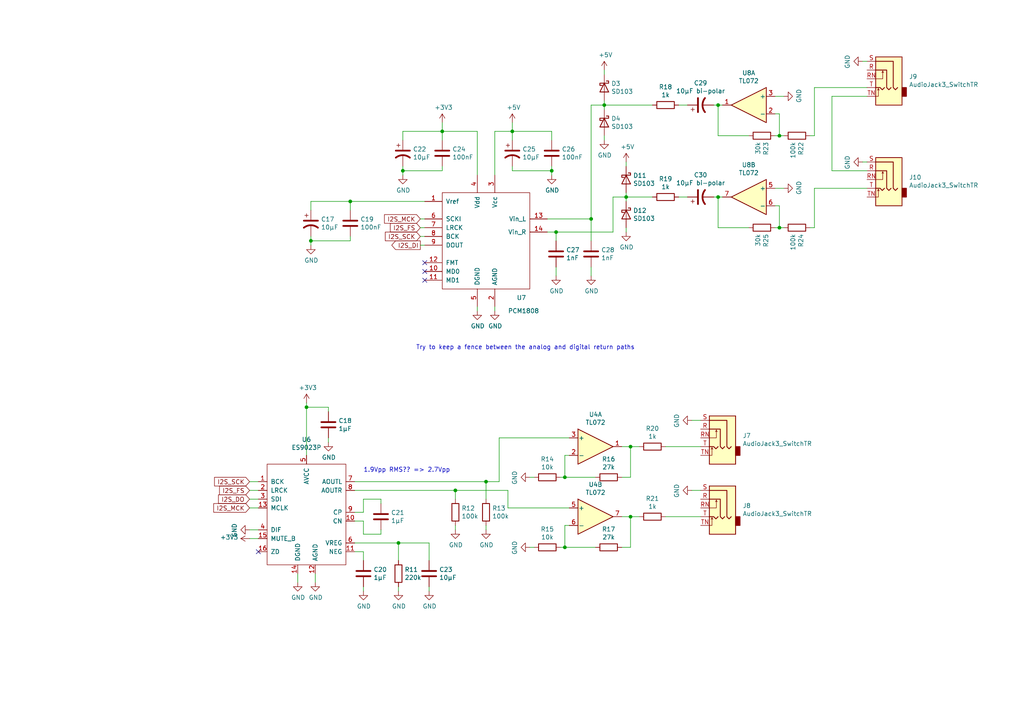
<source format=kicad_sch>
(kicad_sch (version 20230121) (generator eeschema)
  (paper "A4")
  (lib_symbols
    (symbol "Amplifier_Operational:TL072" (pin_names (offset 0.127))
      (property "Reference" "U" (at 0 5.08 0))
      (property "Value" "TL072" (at 0 -5.08 0))
      (symbol "TL072_1_1"
        (polyline (pts (xy -5.08 5.08) (xy 5.08 0) (xy -5.08 -5.08) (xy -5.08 5.08)) (stroke (width 0.254)) (fill (type background)))
        (pin output line (at 7.62 0 180) (length 2.54) (name "~") (number "1"))
        (pin input line (at -7.62 -2.54 0) (length 2.54) (name "-") (number "2"))
        (pin input line (at -7.62 2.54 0) (length 2.54) (name "+") (number "3"))
      )
      (symbol "TL072_2_1"
        (polyline (pts (xy -5.08 5.08) (xy 5.08 0) (xy -5.08 -5.08) (xy -5.08 5.08)) (stroke (width 0.254)) (fill (type background)))
        (pin input line (at -7.62 2.54 0) (length 2.54) (name "+") (number "5"))
        (pin input line (at -7.62 -2.54 0) (length 2.54) (name "-") (number "6"))
        (pin output line (at 7.62 0 180) (length 2.54) (name "~") (number "7"))
      )
      (symbol "TL072_3_1"
        (pin power_in line (at -2.54 -7.62 90) (length 3.81) (name "V-") (number "4"))
        (pin power_in line (at -2.54 7.62 270) (length 3.81) (name "V+") (number "8"))
      )
    )
    (symbol "Connector_Audio:AudioJack3_SwitchTR"
      (property "Reference" "J" (at 0 8.89 0))
      (property "Value" "AudioJack3_SwitchTR" (at 0 6.35 0))
      (symbol "AudioJack3_SwitchTR_0_1"
        (rectangle (start -5.08 -5.08) (end -6.35 -7.62) (stroke (width 0.254)) (fill (type outline)))
        (polyline (pts (xy 0.508 -0.254) (xy 0.762 -0.762)))
        (polyline (pts (xy 1.778 -5.334) (xy 2.032 -5.842)))
        (polyline (pts (xy 0 -5.08) (xy 0.635 -5.715) (xy 1.27 -5.08) (xy 2.54 -5.08)) (stroke (width 0.254)))
        (polyline (pts (xy 2.54 -7.62) (xy 1.778 -7.62) (xy 1.778 -5.334) (xy 1.524 -5.842)))
        (polyline (pts (xy 2.54 -2.54) (xy 0.508 -2.54) (xy 0.508 -0.254) (xy 0.254 -0.762)))
        (polyline (pts (xy -1.905 -5.08) (xy -1.27 -5.715) (xy -0.635 -5.08) (xy -0.635 0) (xy 2.54 0)) (stroke (width 0.254)))
        (polyline (pts (xy 2.54 2.54) (xy -2.54 2.54) (xy -2.54 -5.08) (xy -3.175 -5.715) (xy -3.81 -5.08)) (stroke (width 0.254)))
        (rectangle (start 2.54 3.81) (end -5.08 -10.16) (stroke (width 0.254)) (fill (type background)))
      )
      (symbol "AudioJack3_SwitchTR_1_1"
        (pin passive line (at 5.08 0 180) (length 2.54) (name "~") (number "R"))
        (pin passive line (at 5.08 -2.54 180) (length 2.54) (name "~") (number "RN"))
        (pin passive line (at 5.08 2.54 180) (length 2.54) (name "~") (number "S"))
        (pin passive line (at 5.08 -5.08 180) (length 2.54) (name "~") (number "T"))
        (pin passive line (at 5.08 -7.62 180) (length 2.54) (name "~") (number "TN"))
      )
    )
    (symbol "Custom_Sym:ES9023P" (pin_names (offset 1.016))
      (property "Reference" "U" (at 0 2.54 0))
      (property "Value" "ES9023P" (at 0 5.08 0))
      (symbol "ES9023P_0_1"
        (rectangle (start 11.43 15.24) (end -11.43 -13.97))
      )
      (symbol "ES9023P_1_1"
        (pin input line (at -13.97 10.16 0) (length 2.54) (name "BCK") (number "1"))
        (pin output line (at 13.97 -1.27 180) (length 2.54) (name "CN") (number "10"))
        (pin power_out line (at 13.97 -10.16 180) (length 2.54) (name "NEG") (number "11"))
        (pin power_in line (at 2.54 -16.51 90) (length 2.54) (name "AGND") (number "12"))
        (pin input line (at -13.97 2.54 0) (length 2.54) (name "MCLK") (number "13"))
        (pin power_in line (at -2.54 -16.51 90) (length 2.54) (name "DGND") (number "14"))
        (pin input line (at -13.97 -6.35 0) (length 2.54) (name "MUTE_B") (number "15"))
        (pin output line (at -13.97 -10.16 0) (length 2.54) (name "ZD") (number "16"))
        (pin input line (at -13.97 7.62 0) (length 2.54) (name "LRCK") (number "2"))
        (pin input line (at -13.97 5.08 0) (length 2.54) (name "SDI") (number "3"))
        (pin input line (at -13.97 -3.81 0) (length 2.54) (name "DIF") (number "4"))
        (pin power_in line (at 0 17.78 270) (length 2.54) (name "AVCC") (number "5"))
        (pin power_out line (at 13.97 -7.62 180) (length 2.54) (name "VREG") (number "6"))
        (pin output line (at 13.97 10.16 180) (length 2.54) (name "AOUTL") (number "7"))
        (pin output line (at 13.97 7.62 180) (length 2.54) (name "AOUTR") (number "8"))
        (pin output line (at 13.97 1.27 180) (length 2.54) (name "CP") (number "9"))
      )
    )
    (symbol "Custom_Sym:PCM1808" (pin_names (offset 1.016))
      (property "Reference" "U" (at 0 0 0))
      (property "Value" "PCM1808" (at 0 2.54 0))
      (symbol "PCM1808_0_1"
        (rectangle (start -12.7 13.97) (end 12.7 -13.97))
      )
      (symbol "PCM1808_1_1"
        (pin input line (at -17.78 11.43 0) (length 5.08) (name "Vref") (number "1"))
        (pin input line (at -17.78 -8.89 0) (length 5.08) (name "MD0") (number "10"))
        (pin input line (at -17.78 -11.43 0) (length 5.08) (name "MD1") (number "11"))
        (pin input line (at -17.78 -6.35 0) (length 5.08) (name "FMT") (number "12"))
        (pin input line (at 17.78 6.35 180) (length 5.08) (name "Vin_L") (number "13"))
        (pin input line (at 17.78 2.54 180) (length 5.08) (name "Vin_R") (number "14"))
        (pin power_in line (at 2.54 -19.05 90) (length 5.08) (name "AGND") (number "2"))
        (pin power_in line (at 2.54 19.05 270) (length 5.08) (name "Vcc") (number "3"))
        (pin power_in line (at -2.54 19.05 270) (length 5.08) (name "Vdd") (number "4"))
        (pin power_in line (at -2.54 -19.05 90) (length 5.08) (name "DGND") (number "5"))
        (pin input line (at -17.78 6.35 0) (length 5.08) (name "SCKI") (number "6"))
        (pin bidirectional line (at -17.78 3.81 0) (length 5.08) (name "LRCK") (number "7"))
        (pin bidirectional line (at -17.78 1.27 0) (length 5.08) (name "BCK") (number "8"))
        (pin output line (at -17.78 -1.27 0) (length 5.08) (name "DOUT") (number "9"))
      )
    )
    (symbol "Device:C" (pin_numbers hide) (pin_names (offset 0.254))
      (property "Reference" "C" (at 0.635 2.54 0))
      (property "Value" "C" (at 0.635 -2.54 0))
      (symbol "C_0_1"
        (polyline (pts (xy -2.032 -0.762) (xy 2.032 -0.762)) (stroke (width 0.508)))
        (polyline (pts (xy -2.032 0.762) (xy 2.032 0.762)) (stroke (width 0.508)))
      )
      (symbol "C_1_1"
        (pin passive line (at 0 3.81 270) (length 2.794) (name "~") (number "1"))
        (pin passive line (at 0 -3.81 90) (length 2.794) (name "~") (number "2"))
      )
    )
    (symbol "Device:C_Polarized_US" (pin_numbers hide) (pin_names (offset 0.254) hide)
      (property "Reference" "C" (at 0.635 2.54 0))
      (property "Value" "C_Polarized_US" (at 0.635 -2.54 0))
      (symbol "C_Polarized_US_0_1"
        (polyline (pts (xy -2.032 0.762) (xy 2.032 0.762)) (stroke (width 0.508)))
        (polyline (pts (xy -1.778 2.286) (xy -0.762 2.286)))
        (polyline (pts (xy -1.27 1.778) (xy -1.27 2.794)))
        (arc (start 2.032 -1.27) (mid 0 -0.5572) (end -2.032 -1.27) (stroke (width 0.508)))
      )
      (symbol "C_Polarized_US_1_1"
        (pin passive line (at 0 3.81 270) (length 2.794) (name "~") (number "1"))
        (pin passive line (at 0 -3.81 90) (length 3.302) (name "~") (number "2"))
      )
    )
    (symbol "Device:D_Schottky" (pin_numbers hide) (pin_names (offset 1.016) hide)
      (property "Reference" "D" (at 0 2.54 0))
      (property "Value" "D_Schottky" (at 0 -2.54 0))
      (symbol "D_Schottky_0_1"
        (polyline (pts (xy 1.27 0) (xy -1.27 0)))
        (polyline (pts (xy 1.27 1.27) (xy 1.27 -1.27) (xy -1.27 0) (xy 1.27 1.27)) (stroke (width 0.254)))
        (polyline (pts (xy -1.905 0.635) (xy -1.905 1.27) (xy -1.27 1.27) (xy -1.27 -1.27) (xy -0.635 -1.27) (xy -0.635 -0.635)) (stroke (width 0.254)))
      )
      (symbol "D_Schottky_1_1"
        (pin passive line (at -3.81 0 0) (length 2.54) (name "K") (number "1"))
        (pin passive line (at 3.81 0 180) (length 2.54) (name "A") (number "2"))
      )
    )
    (symbol "Device:R" (pin_numbers hide) (pin_names (offset 0))
      (property "Reference" "R" (at 2.032 0 90))
      (property "Value" "R" (at 0 0 90))
      (symbol "R_0_1"
        (rectangle (start -1.016 -2.54) (end 1.016 2.54) (stroke (width 0.254)))
      )
      (symbol "R_1_1"
        (pin passive line (at 0 3.81 270) (length 1.27) (name "~") (number "1"))
        (pin passive line (at 0 -3.81 90) (length 1.27) (name "~") (number "2"))
      )
    )
    (symbol "power:+3V3" (power) (pin_names (offset 0))
      (property "Value" "+3V3" (at 0 3.556 0))
      (symbol "+3V3_0_1"
        (polyline (pts (xy -0.762 1.27) (xy 0 2.54)))
        (polyline (pts (xy 0 0) (xy 0 2.54)))
        (polyline (pts (xy 0 2.54) (xy 0.762 1.27)))
      )
      (symbol "+3V3_1_1"
        (pin power_in line (at 0 0 90) (length 0) hide (name "+3V3") (number "1"))
      )
    )
    (symbol "power:+5V" (power) (pin_names (offset 0))
      (property "Value" "+5V" (at 0 3.556 0))
      (symbol "+5V_0_1"
        (polyline (pts (xy -0.762 1.27) (xy 0 2.54)))
        (polyline (pts (xy 0 0) (xy 0 2.54)))
        (polyline (pts (xy 0 2.54) (xy 0.762 1.27)))
      )
      (symbol "+5V_1_1"
        (pin power_in line (at 0 0 90) (length 0) hide (name "+5V") (number "1"))
      )
    )
    (symbol "power:GND" (power) (pin_names (offset 0))
      (property "Value" "GND" (at 0 -3.81 0))
      (symbol "GND_0_1"
        (polyline (pts (xy 0 0) (xy 0 -1.27) (xy 1.27 -1.27) (xy 0 -2.54) (xy -1.27 -1.27) (xy 0 -1.27)))
      )
      (symbol "GND_1_1"
        (pin power_in line (at 0 0 270) (length 0) hide (name "GND") (number "1"))
      )
    )
  )
  (junction (at 148.59 38.1))
  (junction (at 171.45 63.5))
  (junction (at 226.06 66.04))
  (junction (at 175.26 30.48))
  (junction (at 115.57 157.48))
  (junction (at 181.61 57.15))
  (junction (at 88.9 118.11))
  (junction (at 116.84 49.53))
  (junction (at 182.88 129.54))
  (junction (at 128.27 38.1))
  (junction (at 163.83 158.75))
  (junction (at 163.83 138.43))
  (junction (at 160.02 49.53))
  (junction (at 101.6 58.42))
  (junction (at 140.97 139.7))
  (junction (at 161.29 67.31))
  (junction (at 208.28 57.15))
  (junction (at 132.08 142.24))
  (junction (at 182.88 149.86))
  (junction (at 208.28 30.48))
  (junction (at 226.06 39.37))
  (junction (at 90.17 69.85))
  (no_connect (at 123.19 78.74))
  (no_connect (at 74.93 160.02))
  (no_connect (at 123.19 81.28))
  (no_connect (at 123.19 76.2))
  (wire (pts (xy 95.25 118.11) (xy 88.9 118.11)))
  (wire (pts (xy 182.88 149.86) (xy 185.42 149.86)))
  (wire (pts (xy 72.39 147.32) (xy 74.93 147.32)))
  (wire (pts (xy 182.88 129.54) (xy 180.34 129.54)))
  (wire (pts (xy 105.41 151.13) (xy 102.87 151.13)))
  (wire (pts (xy 177.8 57.15) (xy 181.61 57.15)))
  (wire (pts (xy 180.34 138.43) (xy 182.88 138.43)))
  (wire (pts (xy 160.02 49.53) (xy 160.02 48.26)))
  (wire (pts (xy 181.61 57.15) (xy 189.23 57.15)))
  (wire (pts (xy 116.84 40.64) (xy 116.84 38.1)))
  (wire (pts (xy 236.22 39.37) (xy 234.95 39.37)))
  (wire (pts (xy 180.34 158.75) (xy 182.88 158.75)))
  (wire (pts (xy 161.29 67.31) (xy 161.29 69.85)))
  (wire (pts (xy 123.19 68.58) (xy 121.92 68.58)))
  (wire (pts (xy 132.08 142.24) (xy 102.87 142.24)))
  (wire (pts (xy 226.06 59.69) (xy 224.79 59.69)))
  (wire (pts (xy 182.88 158.75) (xy 182.88 149.86)))
  (wire (pts (xy 160.02 38.1) (xy 148.59 38.1)))
  (wire (pts (xy 158.75 63.5) (xy 171.45 63.5)))
  (wire (pts (xy 121.92 71.12) (xy 123.19 71.12)))
  (wire (pts (xy 241.3 27.94) (xy 251.46 27.94)))
  (wire (pts (xy 101.6 69.85) (xy 101.6 68.58)))
  (wire (pts (xy 148.59 35.56) (xy 148.59 38.1)))
  (wire (pts (xy 115.57 157.48) (xy 115.57 162.56)))
  (wire (pts (xy 143.51 38.1) (xy 143.51 50.8)))
  (wire (pts (xy 105.41 144.78) (xy 110.49 144.78)))
  (wire (pts (xy 116.84 50.8) (xy 116.84 49.53)))
  (wire (pts (xy 90.17 71.12) (xy 90.17 69.85)))
  (wire (pts (xy 224.79 27.94) (xy 227.33 27.94)))
  (wire (pts (xy 175.26 30.48) (xy 189.23 30.48)))
  (wire (pts (xy 182.88 149.86) (xy 180.34 149.86)))
  (wire (pts (xy 128.27 49.53) (xy 116.84 49.53)))
  (wire (pts (xy 88.9 118.11) (xy 88.9 132.08)))
  (wire (pts (xy 185.42 129.54) (xy 182.88 129.54)))
  (wire (pts (xy 140.97 139.7) (xy 140.97 144.78)))
  (wire (pts (xy 86.36 168.91) (xy 86.36 166.37)))
  (wire (pts (xy 241.3 49.53) (xy 241.3 27.94)))
  (wire (pts (xy 72.39 156.21) (xy 74.93 156.21)))
  (wire (pts (xy 227.33 66.04) (xy 226.06 66.04)))
  (wire (pts (xy 227.33 39.37) (xy 226.06 39.37)))
  (wire (pts (xy 163.83 152.4) (xy 163.83 158.75)))
  (wire (pts (xy 175.26 30.48) (xy 175.26 31.75)))
  (wire (pts (xy 236.22 66.04) (xy 236.22 54.61)))
  (wire (pts (xy 171.45 77.47) (xy 171.45 80.01)))
  (wire (pts (xy 236.22 54.61) (xy 251.46 54.61)))
  (wire (pts (xy 181.61 55.88) (xy 181.61 57.15)))
  (wire (pts (xy 115.57 157.48) (xy 102.87 157.48)))
  (wire (pts (xy 160.02 50.8) (xy 160.02 49.53)))
  (wire (pts (xy 175.26 39.37) (xy 175.26 40.64)))
  (wire (pts (xy 132.08 153.67) (xy 132.08 152.4)))
  (wire (pts (xy 95.25 119.38) (xy 95.25 118.11)))
  (wire (pts (xy 177.8 67.31) (xy 177.8 57.15)))
  (wire (pts (xy 101.6 60.96) (xy 101.6 58.42)))
  (wire (pts (xy 138.43 50.8) (xy 138.43 38.1)))
  (wire (pts (xy 147.32 147.32) (xy 147.32 142.24)))
  (wire (pts (xy 208.28 30.48) (xy 208.28 39.37)))
  (wire (pts (xy 208.28 30.48) (xy 209.55 30.48)))
  (wire (pts (xy 199.39 30.48) (xy 196.85 30.48)))
  (wire (pts (xy 123.19 63.5) (xy 121.92 63.5)))
  (wire (pts (xy 105.41 154.94) (xy 105.41 151.13)))
  (wire (pts (xy 153.67 138.43) (xy 154.94 138.43)))
  (wire (pts (xy 207.01 30.48) (xy 208.28 30.48)))
  (wire (pts (xy 128.27 38.1) (xy 116.84 38.1)))
  (wire (pts (xy 124.46 171.45) (xy 124.46 170.18)))
  (wire (pts (xy 102.87 148.59) (xy 105.41 148.59)))
  (wire (pts (xy 251.46 49.53) (xy 241.3 49.53)))
  (wire (pts (xy 144.78 127) (xy 165.1 127)))
  (wire (pts (xy 161.29 67.31) (xy 177.8 67.31)))
  (wire (pts (xy 165.1 147.32) (xy 147.32 147.32)))
  (wire (pts (xy 138.43 90.17) (xy 138.43 88.9)))
  (wire (pts (xy 140.97 153.67) (xy 140.97 152.4)))
  (wire (pts (xy 128.27 49.53) (xy 128.27 48.26)))
  (wire (pts (xy 148.59 40.64) (xy 148.59 38.1)))
  (wire (pts (xy 250.19 46.99) (xy 251.46 46.99)))
  (wire (pts (xy 171.45 63.5) (xy 171.45 69.85)))
  (wire (pts (xy 110.49 153.67) (xy 110.49 154.94)))
  (wire (pts (xy 161.29 77.47) (xy 161.29 80.01)))
  (wire (pts (xy 175.26 20.32) (xy 175.26 21.59)))
  (wire (pts (xy 88.9 116.84) (xy 88.9 118.11)))
  (wire (pts (xy 171.45 30.48) (xy 175.26 30.48)))
  (wire (pts (xy 160.02 40.64) (xy 160.02 38.1)))
  (wire (pts (xy 128.27 40.64) (xy 128.27 38.1)))
  (wire (pts (xy 236.22 25.4) (xy 236.22 39.37)))
  (wire (pts (xy 105.41 160.02) (xy 105.41 162.56)))
  (wire (pts (xy 115.57 170.18) (xy 115.57 171.45)))
  (wire (pts (xy 138.43 38.1) (xy 128.27 38.1)))
  (wire (pts (xy 250.19 17.78) (xy 251.46 17.78)))
  (wire (pts (xy 102.87 160.02) (xy 105.41 160.02)))
  (wire (pts (xy 101.6 69.85) (xy 90.17 69.85)))
  (wire (pts (xy 226.06 66.04) (xy 224.79 66.04)))
  (wire (pts (xy 175.26 29.21) (xy 175.26 30.48)))
  (wire (pts (xy 163.83 132.08) (xy 163.83 138.43)))
  (wire (pts (xy 110.49 144.78) (xy 110.49 146.05)))
  (wire (pts (xy 132.08 144.78) (xy 132.08 142.24)))
  (wire (pts (xy 181.61 58.42) (xy 181.61 57.15)))
  (wire (pts (xy 91.44 166.37) (xy 91.44 168.91)))
  (wire (pts (xy 132.08 142.24) (xy 147.32 142.24)))
  (wire (pts (xy 124.46 162.56) (xy 124.46 157.48)))
  (wire (pts (xy 203.2 129.54) (xy 193.04 129.54)))
  (wire (pts (xy 196.85 57.15) (xy 199.39 57.15)))
  (wire (pts (xy 193.04 149.86) (xy 203.2 149.86)))
  (wire (pts (xy 121.92 66.04) (xy 123.19 66.04)))
  (wire (pts (xy 171.45 30.48) (xy 171.45 63.5)))
  (wire (pts (xy 102.87 139.7) (xy 140.97 139.7)))
  (wire (pts (xy 163.83 158.75) (xy 172.72 158.75)))
  (wire (pts (xy 160.02 49.53) (xy 148.59 49.53)))
  (wire (pts (xy 110.49 154.94) (xy 105.41 154.94)))
  (wire (pts (xy 226.06 59.69) (xy 226.06 66.04)))
  (wire (pts (xy 161.29 67.31) (xy 158.75 67.31)))
  (wire (pts (xy 72.39 153.67) (xy 74.93 153.67)))
  (wire (pts (xy 143.51 88.9) (xy 143.51 90.17)))
  (wire (pts (xy 162.56 138.43) (xy 163.83 138.43)))
  (wire (pts (xy 236.22 66.04) (xy 234.95 66.04)))
  (wire (pts (xy 226.06 39.37) (xy 224.79 39.37)))
  (wire (pts (xy 148.59 38.1) (xy 143.51 38.1)))
  (wire (pts (xy 90.17 58.42) (xy 101.6 58.42)))
  (wire (pts (xy 128.27 35.56) (xy 128.27 38.1)))
  (wire (pts (xy 203.2 142.24) (xy 200.66 142.24)))
  (wire (pts (xy 163.83 158.75) (xy 162.56 158.75)))
  (wire (pts (xy 181.61 46.99) (xy 181.61 48.26)))
  (wire (pts (xy 95.25 128.27) (xy 95.25 127)))
  (wire (pts (xy 72.39 142.24) (xy 74.93 142.24)))
  (wire (pts (xy 208.28 57.15) (xy 207.01 57.15)))
  (wire (pts (xy 181.61 66.04) (xy 181.61 67.31)))
  (wire (pts (xy 163.83 138.43) (xy 172.72 138.43)))
  (wire (pts (xy 74.93 139.7) (xy 72.39 139.7)))
  (wire (pts (xy 116.84 49.53) (xy 116.84 48.26)))
  (wire (pts (xy 101.6 58.42) (xy 123.19 58.42)))
  (wire (pts (xy 182.88 138.43) (xy 182.88 129.54)))
  (wire (pts (xy 144.78 139.7) (xy 144.78 127)))
  (wire (pts (xy 74.93 144.78) (xy 72.39 144.78)))
  (wire (pts (xy 226.06 33.02) (xy 226.06 39.37)))
  (wire (pts (xy 208.28 39.37) (xy 217.17 39.37)))
  (wire (pts (xy 226.06 33.02) (xy 224.79 33.02)))
  (wire (pts (xy 224.79 54.61) (xy 227.33 54.61)))
  (wire (pts (xy 90.17 60.96) (xy 90.17 58.42)))
  (wire (pts (xy 90.17 69.85) (xy 90.17 68.58)))
  (wire (pts (xy 105.41 170.18) (xy 105.41 171.45)))
  (wire (pts (xy 165.1 152.4) (xy 163.83 152.4)))
  (wire (pts (xy 140.97 139.7) (xy 144.78 139.7)))
  (wire (pts (xy 105.41 148.59) (xy 105.41 144.78)))
  (wire (pts (xy 236.22 25.4) (xy 251.46 25.4)))
  (wire (pts (xy 209.55 57.15) (xy 208.28 57.15)))
  (wire (pts (xy 124.46 157.48) (xy 115.57 157.48)))
  (wire (pts (xy 165.1 132.08) (xy 163.83 132.08)))
  (wire (pts (xy 154.94 158.75) (xy 153.67 158.75)))
  (wire (pts (xy 148.59 49.53) (xy 148.59 48.26)))
  (wire (pts (xy 208.28 57.15) (xy 208.28 66.04)))
  (wire (pts (xy 208.28 66.04) (xy 217.17 66.04)))
  (wire (pts (xy 203.2 121.92) (xy 200.66 121.92)))
  (text "1.9Vpp RMS?? => 2.7Vpp" (at 105.41 137.16 0) (effects (font (size 1.27 1.27)) (justify left bottom)))
  (text "Try to keep a fence between the analog and digital return paths" (at 120.65 101.6 0) (effects (font (size 1.27 1.27)) (justify left bottom)))
  (global_label "I2S_DI" (shape output) (at 121.92 71.12 180) (property "Intersheetrefs" "${INTERSHEET_REFS}" (effects hide)))
  (global_label "I2S_MCK" (shape input) (at 72.39 147.32 180) (property "Intersheetrefs" "${INTERSHEET_REFS}" (effects hide)))
  (global_label "I2S_SCK" (shape input) (at 121.92 68.58 180) (property "Intersheetrefs" "${INTERSHEET_REFS}" (effects hide)))
  (global_label "I2S_MCK" (shape input) (at 121.92 63.5 180) (property "Intersheetrefs" "${INTERSHEET_REFS}" (effects hide)))
  (global_label "I2S_FS" (shape input) (at 72.39 142.24 180) (property "Intersheetrefs" "${INTERSHEET_REFS}" (effects hide)))
  (global_label "I2S_DO" (shape input) (at 72.39 144.78 180) (property "Intersheetrefs" "${INTERSHEET_REFS}" (effects hide)))
  (global_label "I2S_SCK" (shape input) (at 72.39 139.7 180) (property "Intersheetrefs" "${INTERSHEET_REFS}" (effects hide)))
  (global_label "I2S_FS" (shape input) (at 121.92 66.04 180) (property "Intersheetrefs" "${INTERSHEET_REFS}" (effects hide)))
  (symbol (lib_id "Custom_Sym:ES9023P") (at 88.9 149.86 0) (unit 1)
    (property "Reference" "U6" (at 88.9 127.4826 0))
    (property "Value" "ES9023P" (at 88.9 129.794 0))
    (property "Footprint" "Package_SO:SOIC-16_3.9x9.9mm_P1.27mm" (effects hide))
  )
  (symbol (lib_id "power:GND") (at 86.36 168.91 0) (unit 1)
    (property "Reference" "#PWR0168" (effects hide))
    (property "Value" "GND" (at 86.487 173.3042 0))
  )
  (symbol (lib_id "power:+3V3") (at 88.9 116.84 0) (unit 1)
    (property "Reference" "#PWR0170" (effects hide))
    (property "Value" "+3V3" (at 89.281 112.4458 0))
  )
  (symbol (lib_id "Device:C") (at 110.49 149.86 0) (unit 1)
    (property "Reference" "C21" (at 113.411 148.6916 0) (effects (justify left)))
    (property "Value" "1µF" (at 113.411 151.003 0) (effects (justify left)))
    (property "Footprint" "Capacitor_SMD:C_0603_1608Metric" (effects hide))
  )
  (symbol (lib_id "Device:C") (at 105.41 166.37 0) (unit 1)
    (property "Reference" "C20" (at 108.331 165.2016 0) (effects (justify left)))
    (property "Value" "1µF" (at 108.331 167.513 0) (effects (justify left)))
    (property "Footprint" "Capacitor_SMD:C_0603_1608Metric" (effects hide))
  )
  (symbol (lib_id "Device:C") (at 95.25 123.19 0) (unit 1)
    (property "Reference" "C18" (at 98.171 122.0216 0) (effects (justify left)))
    (property "Value" "1µF" (at 98.171 124.333 0) (effects (justify left)))
    (property "Footprint" "Capacitor_SMD:C_0603_1608Metric" (effects hide))
  )
  (symbol (lib_id "Device:R") (at 115.57 166.37 0) (unit 1)
    (property "Reference" "R11" (at 117.348 165.2016 0) (effects (justify left)))
    (property "Value" "220k" (at 117.348 167.513 0) (effects (justify left)))
    (property "Footprint" "Resistor_SMD:R_0603_1608Metric" (effects hide))
  )
  (symbol (lib_id "Device:C") (at 124.46 166.37 0) (unit 1)
    (property "Reference" "C23" (at 127.381 165.2016 0) (effects (justify left)))
    (property "Value" "10µF" (at 127.381 167.513 0) (effects (justify left)))
    (property "Footprint" "Capacitor_SMD:C_0805_2012Metric" (effects hide))
  )
  (symbol (lib_id "power:+3V3") (at 72.39 156.21 90) (unit 1)
    (property "Reference" "#PWR0175" (effects hide))
    (property "Value" "+3V3" (at 69.1388 155.829 90) (effects (justify left)))
  )
  (symbol (lib_id "Device:R") (at 132.08 148.59 0) (unit 1)
    (property "Reference" "R12" (at 133.858 147.4216 0) (effects (justify left)))
    (property "Value" "100k" (at 133.858 149.733 0) (effects (justify left)))
    (property "Footprint" "Resistor_SMD:R_0603_1608Metric" (effects hide))
  )
  (symbol (lib_id "Device:R") (at 140.97 148.59 0) (unit 1)
    (property "Reference" "R13" (at 142.748 147.4216 0) (effects (justify left)))
    (property "Value" "100k" (at 142.748 149.733 0) (effects (justify left)))
    (property "Footprint" "Resistor_SMD:R_0603_1608Metric" (effects hide))
  )
  (symbol (lib_id "Amplifier_Operational:TL072") (at 172.72 129.54 0) (unit 1)
    (property "Reference" "U4" (at 172.72 120.2182 0))
    (property "Value" "TL072" (at 172.72 122.5296 0))
    (property "Footprint" "Package_SO:SO-8_3.9x4.9mm_P1.27mm" (effects hide))
    (property "Datasheet" "http://www.ti.com/lit/ds/symlink/tl071.pdf" (effects hide))
  )
  (symbol (lib_id "Amplifier_Operational:TL072") (at 172.72 149.86 0) (unit 2)
    (property "Reference" "U4" (at 172.72 140.5382 0))
    (property "Value" "TL072" (at 172.72 142.8496 0))
    (property "Footprint" "Package_SO:SO-8_3.9x4.9mm_P1.27mm" (effects hide))
    (property "Datasheet" "http://www.ti.com/lit/ds/symlink/tl071.pdf" (effects hide))
  )
  (symbol (lib_id "Device:R") (at 158.75 138.43 270) (unit 1)
    (property "Reference" "R14" (at 158.75 133.1722 90))
    (property "Value" "10k" (at 158.75 135.4836 90))
    (property "Footprint" "Resistor_SMD:R_0603_1608Metric" (effects hide))
  )
  (symbol (lib_id "Device:R") (at 176.53 138.43 270) (unit 1)
    (property "Reference" "R16" (at 176.53 133.1722 90))
    (property "Value" "27k" (at 176.53 135.4836 90))
    (property "Footprint" "Resistor_SMD:R_0603_1608Metric" (effects hide))
  )
  (symbol (lib_id "Device:R") (at 176.53 158.75 270) (unit 1)
    (property "Reference" "R17" (at 176.53 153.4922 90))
    (property "Value" "27k" (at 176.53 155.8036 90))
    (property "Footprint" "Resistor_SMD:R_0603_1608Metric" (effects hide))
  )
  (symbol (lib_id "Device:R") (at 158.75 158.75 270) (unit 1)
    (property "Reference" "R15" (at 158.75 153.4922 90))
    (property "Value" "10k" (at 158.75 155.8036 90))
    (property "Footprint" "Resistor_SMD:R_0603_1608Metric" (effects hide))
  )
  (symbol (lib_id "Custom_Sym:PCM1808") (at 140.97 69.85 0) (unit 1)
    (property "Reference" "U7" (at 149.86 86.36 0) (effects (justify left)))
    (property "Value" "PCM1808" (at 147.32 90.17 0) (effects (justify left)))
    (property "Footprint" "Package_SO:TSSOP-14_4.4x5mm_P0.65mm" (effects hide))
    (property "Datasheet" "https://www.ti.com/lit/ds/symlink/pcm1808.pdf" (effects hide))
    (instances (project "MIDI_USB" (path "" (reference "U7") (unit 1)) (path "" (reference "U?") (unit 1))))
  )
  (symbol (lib_id "Device:C") (at 160.02 44.45 0) (unit 1)
    (property "Reference" "C26" (at 162.941 43.2816 0) (effects (justify left)))
    (property "Value" "100nF" (at 162.941 45.593 0) (effects (justify left)))
    (property "Footprint" "Capacitor_SMD:C_0603_1608Metric" (effects hide))
    (instances (project "MIDI_USB" (path "" (reference "C26") (unit 1)) (path "" (reference "C?") (unit 1))))
  )
  (symbol (lib_id "Device:C_Polarized_US") (at 148.59 44.45 0) (unit 1)
    (property "Reference" "C25" (at 151.511 43.2816 0) (effects (justify left)))
    (property "Value" "10µF" (at 151.511 45.593 0) (effects (justify left)))
    (property "Footprint" "Capacitor_SMD:C_0805_2012Metric" (effects hide))
    (instances (project "MIDI_USB" (path "" (reference "C25") (unit 1)) (path "" (reference "C?") (unit 1))))
  )
  (symbol (lib_id "Device:C") (at 128.27 44.45 0) (unit 1)
    (property "Reference" "C24" (at 131.191 43.2816 0) (effects (justify left)))
    (property "Value" "100nF" (at 131.191 45.593 0) (effects (justify left)))
    (property "Footprint" "Capacitor_SMD:C_0603_1608Metric" (effects hide))
    (instances (project "MIDI_USB" (path "" (reference "C24") (unit 1)) (path "" (reference "C?") (unit 1))))
  )
  (symbol (lib_id "Device:C_Polarized_US") (at 116.84 44.45 0) (unit 1)
    (property "Reference" "C22" (at 119.761 43.2816 0) (effects (justify left)))
    (property "Value" "10µF" (at 119.761 45.593 0) (effects (justify left)))
    (property "Footprint" "Capacitor_SMD:C_0805_2012Metric" (effects hide))
    (instances (project "MIDI_USB" (path "" (reference "C22") (unit 1)) (path "" (reference "C?") (unit 1))))
  )
  (symbol (lib_id "power:GND") (at 116.84 50.8 0) (unit 1)
    (property "Reference" "#PWR0152" (effects hide))
    (property "Value" "GND" (at 116.967 55.1942 0))
    (instances (project "MIDI_USB" (path "" (reference "#PWR0152") (unit 1)) (path "" (reference "#PWR?") (unit 1))))
  )
  (symbol (lib_id "power:GND") (at 138.43 90.17 0) (unit 1)
    (property "Reference" "#PWR0154" (effects hide))
    (property "Value" "GND" (at 138.557 94.5642 0))
    (instances (project "MIDI_USB" (path "" (reference "#PWR0154") (unit 1)) (path "" (reference "#PWR?") (unit 1))))
  )
  (symbol (lib_id "power:+3V3") (at 128.27 35.56 0) (unit 1)
    (property "Reference" "#PWR0155" (effects hide))
    (property "Value" "+3V3" (at 128.651 31.1658 0))
    (instances (project "MIDI_USB" (path "" (reference "#PWR0155") (unit 1)) (path "" (reference "#PWR?") (unit 1))))
  )
  (symbol (lib_id "power:+5V") (at 148.59 35.56 0) (unit 1)
    (property "Reference" "#PWR0156" (effects hide))
    (property "Value" "+5V" (at 148.971 31.1658 0))
    (instances (project "MIDI_USB" (path "" (reference "#PWR0156") (unit 1)) (path "" (reference "#PWR?") (unit 1))))
  )
  (symbol (lib_id "Device:C") (at 161.29 73.66 0) (unit 1)
    (property "Reference" "C27" (at 164.211 72.4916 0) (effects (justify left)))
    (property "Value" "1nF" (at 164.211 74.803 0) (effects (justify left)))
    (property "Footprint" "Capacitor_SMD:C_0603_1608Metric" (effects hide))
    (instances (project "MIDI_USB" (path "" (reference "C27") (unit 1)) (path "" (reference "C?") (unit 1))))
  )
  (symbol (lib_id "Device:C") (at 171.45 73.66 0) (unit 1)
    (property "Reference" "C28" (at 174.371 72.4916 0) (effects (justify left)))
    (property "Value" "1nF" (at 174.371 74.803 0) (effects (justify left)))
    (property "Footprint" "Capacitor_SMD:C_0603_1608Metric" (effects hide))
    (instances (project "MIDI_USB" (path "" (reference "C28") (unit 1)) (path "" (reference "C?") (unit 1))))
  )
  (symbol (lib_id "Device:R") (at 193.04 57.15 270) (unit 1)
    (property "Reference" "R19" (at 193.04 51.8922 90))
    (property "Value" "1k" (at 193.04 54.2036 90))
    (property "Footprint" "Resistor_SMD:R_0603_1608Metric" (effects hide))
    (instances (project "MIDI_USB" (path "" (reference "R19") (unit 1)) (path "" (reference "R?") (unit 1))))
  )
  (symbol (lib_id "Device:R") (at 193.04 30.48 270) (unit 1)
    (property "Reference" "R18" (at 193.04 25.2222 90))
    (property "Value" "1k" (at 193.04 27.5336 90))
    (property "Footprint" "Resistor_SMD:R_0603_1608Metric" (effects hide))
    (instances (project "MIDI_USB" (path "" (reference "R18") (unit 1)) (path "" (reference "R?") (unit 1))))
  )
  (symbol (lib_id "Device:C_Polarized_US") (at 203.2 30.48 90) (unit 1)
    (property "Reference" "C29" (at 203.2 24.0792 90))
    (property "Value" "10µF bi-polar" (at 203.2 26.3906 90))
    (property "Footprint" "Capacitor_SMD:CP_Elec_5x5.8" (effects hide))
    (instances (project "MIDI_USB" (path "" (reference "C29") (unit 1)) (path "" (reference "C?") (unit 1))))
  )
  (symbol (lib_id "Device:C_Polarized_US") (at 203.2 57.15 90) (unit 1)
    (property "Reference" "C30" (at 203.2 50.7492 90))
    (property "Value" "10µF bi-polar" (at 203.2 53.0606 90))
    (property "Footprint" "Capacitor_SMD:CP_Elec_5x5.8" (effects hide))
    (instances (project "MIDI_USB" (path "" (reference "C30") (unit 1)) (path "" (reference "C?") (unit 1))))
  )
  (symbol (lib_id "Device:R") (at 220.98 39.37 270) (unit 1)
    (property "Reference" "R23" (at 222.1484 41.148 0) (effects (justify left)))
    (property "Value" "30k" (at 219.837 41.148 0) (effects (justify left)))
    (property "Footprint" "Resistor_SMD:R_0603_1608Metric" (effects hide))
    (instances (project "MIDI_USB" (path "" (reference "R23") (unit 1)) (path "" (reference "R?") (unit 1))))
  )
  (symbol (lib_id "Device:R") (at 231.14 39.37 270) (unit 1)
    (property "Reference" "R22" (at 232.3084 41.148 0) (effects (justify left)))
    (property "Value" "100k" (at 229.997 41.148 0) (effects (justify left)))
    (property "Footprint" "Resistor_SMD:R_0603_1608Metric" (effects hide))
    (instances (project "MIDI_USB" (path "" (reference "R22") (unit 1)) (path "" (reference "R?") (unit 1))))
  )
  (symbol (lib_id "Device:C") (at 101.6 64.77 0) (unit 1)
    (property "Reference" "C19" (at 104.521 63.6016 0) (effects (justify left)))
    (property "Value" "100nF" (at 104.521 65.913 0) (effects (justify left)))
    (property "Footprint" "Capacitor_SMD:C_0603_1608Metric" (effects hide))
    (instances (project "MIDI_USB" (path "" (reference "C19") (unit 1)) (path "" (reference "C?") (unit 1))))
  )
  (symbol (lib_id "Device:C_Polarized_US") (at 90.17 64.77 0) (unit 1)
    (property "Reference" "C17" (at 93.091 63.6016 0) (effects (justify left)))
    (property "Value" "10µF" (at 93.091 65.913 0) (effects (justify left)))
    (property "Footprint" "Capacitor_SMD:C_0805_2012Metric" (effects hide))
    (instances (project "MIDI_USB" (path "" (reference "C17") (unit 1)) (path "" (reference "C?") (unit 1))))
  )
  (symbol (lib_id "Amplifier_Operational:TL072") (at 217.17 30.48 0) (mirror y) (unit 1)
    (property "Reference" "U8" (at 217.17 21.1582 0))
    (property "Value" "TL072" (at 217.17 23.4696 0))
    (property "Footprint" "Package_SO:SO-8_3.9x4.9mm_P1.27mm" (effects hide))
    (property "Datasheet" "http://www.ti.com/lit/ds/symlink/tl071.pdf" (effects hide))
    (instances (project "MIDI_USB" (path "" (reference "U8") (unit 1)) (path "" (reference "U?") (unit 1))))
  )
  (symbol (lib_id "Amplifier_Operational:TL072") (at 217.17 57.15 0) (mirror y) (unit 2)
    (property "Reference" "U8" (at 217.17 47.8282 0))
    (property "Value" "TL072" (at 217.17 50.1396 0))
    (property "Footprint" "Package_SO:SO-8_3.9x4.9mm_P1.27mm" (effects hide))
    (property "Datasheet" "http://www.ti.com/lit/ds/symlink/tl071.pdf" (effects hide))
    (instances (project "MIDI_USB" (path "" (reference "U8") (unit 2)) (path "" (reference "U?") (unit 2))))
  )
  (symbol (lib_id "Device:R") (at 220.98 66.04 270) (unit 1)
    (property "Reference" "R25" (at 222.1484 67.818 0) (effects (justify left)))
    (property "Value" "30k" (at 219.837 67.818 0) (effects (justify left)))
    (property "Footprint" "Resistor_SMD:R_0603_1608Metric" (effects hide))
    (instances (project "MIDI_USB" (path "" (reference "R25") (unit 1)) (path "" (reference "R?") (unit 1))))
  )
  (symbol (lib_id "Device:R") (at 231.14 66.04 270) (unit 1)
    (property "Reference" "R24" (at 232.3084 67.818 0) (effects (justify left)))
    (property "Value" "100k" (at 229.997 67.818 0) (effects (justify left)))
    (property "Footprint" "Resistor_SMD:R_0603_1608Metric" (effects hide))
    (instances (project "MIDI_USB" (path "" (reference "R24") (unit 1)) (path "" (reference "R?") (unit 1))))
  )
  (symbol (lib_id "Device:R") (at 189.23 129.54 270) (unit 1)
    (property "Reference" "R20" (at 189.23 124.2822 90))
    (property "Value" "1k" (at 189.23 126.5936 90))
    (property "Footprint" "Resistor_SMD:R_0603_1608Metric" (effects hide))
  )
  (symbol (lib_id "Device:R") (at 189.23 149.86 270) (unit 1)
    (property "Reference" "R21" (at 189.23 144.6022 90))
    (property "Value" "1k" (at 189.23 146.9136 90))
    (property "Footprint" "Resistor_SMD:R_0603_1608Metric" (effects hide))
  )
  (symbol (lib_id "Connector_Audio:AudioJack3_SwitchTR") (at 208.28 144.78 0) (mirror y) (unit 1)
    (property "Reference" "J8" (at 215.392 146.685 0) (effects (justify right)))
    (property "Value" "AudioJack3_SwitchTR" (at 215.392 148.9964 0) (effects (justify right)))
    (property "Footprint" "Custom_FP:STX3100_Angled_3.5mm" (effects hide))
  )
  (symbol (lib_id "Connector_Audio:AudioJack3_SwitchTR") (at 208.28 124.46 0) (mirror y) (unit 1)
    (property "Reference" "J7" (at 215.392 126.365 0) (effects (justify right)))
    (property "Value" "AudioJack3_SwitchTR" (at 215.392 128.6764 0) (effects (justify right)))
    (property "Footprint" "Custom_FP:STX3100_Angled_3.5mm" (effects hide))
  )
  (symbol (lib_id "Connector_Audio:AudioJack3_SwitchTR") (at 256.54 20.32 0) (mirror y) (unit 1)
    (property "Reference" "J9" (at 263.652 22.225 0) (effects (justify right)))
    (property "Value" "AudioJack3_SwitchTR" (at 263.652 24.5364 0) (effects (justify right)))
    (property "Footprint" "Custom_FP:STX3100_Angled_3.5mm" (effects hide))
  )
  (symbol (lib_id "Connector_Audio:AudioJack3_SwitchTR") (at 256.54 49.53 0) (mirror y) (unit 1)
    (property "Reference" "J10" (at 263.652 51.435 0) (effects (justify right)))
    (property "Value" "AudioJack3_SwitchTR" (at 263.652 53.7464 0) (effects (justify right)))
    (property "Footprint" "Custom_FP:STX3100_Angled_3.5mm" (effects hide))
  )
  (symbol (lib_id "Device:D_Schottky") (at 175.26 35.56 270) (unit 1)
    (property "Reference" "D4" (at 177.292 34.3916 90) (effects (justify left)))
    (property "Value" "SD103" (at 177.292 36.703 90) (effects (justify left)))
    (property "Footprint" "Diode_SMD:D_SOD-323_HandSoldering" (effects hide))
    (instances (project "MIDI_USB" (path "" (reference "D4") (unit 1)) (path "" (reference "D?") (unit 1))))
  )
  (symbol (lib_id "Device:D_Schottky") (at 181.61 62.23 270) (unit 1)
    (property "Reference" "D12" (at 183.642 61.0616 90) (effects (justify left)))
    (property "Value" "SD103" (at 183.642 63.373 90) (effects (justify left)))
    (property "Footprint" "Diode_SMD:D_SOD-323_HandSoldering" (effects hide))
    (instances (project "MIDI_USB" (path "" (reference "D12") (unit 1)) (path "" (reference "D?") (unit 1))))
  )
  (symbol (lib_id "Device:D_Schottky") (at 181.61 52.07 270) (unit 1)
    (property "Reference" "D11" (at 183.642 50.9016 90) (effects (justify left)))
    (property "Value" "SD103" (at 183.642 53.213 90) (effects (justify left)))
    (property "Footprint" "Diode_SMD:D_SOD-323_HandSoldering" (effects hide))
    (instances (project "MIDI_USB" (path "" (reference "D11") (unit 1)) (path "" (reference "D?") (unit 1))))
  )
  (symbol (lib_id "Device:D_Schottky") (at 175.26 25.4 270) (unit 1)
    (property "Reference" "D3" (at 177.292 24.2316 90) (effects (justify left)))
    (property "Value" "SD103" (at 177.292 26.543 90) (effects (justify left)))
    (property "Footprint" "Diode_SMD:D_SOD-323_HandSoldering" (effects hide))
    (instances (project "MIDI_USB" (path "" (reference "D3") (unit 1)) (path "" (reference "D?") (unit 1))))
  )
  (symbol (lib_id "power:GND") (at 175.26 40.64 0) (unit 1)
    (property "Reference" "#PWR0202" (effects hide))
    (property "Value" "GND" (at 175.387 45.0342 0))
  )
  (symbol (lib_id "power:GND") (at 181.61 67.31 0) (unit 1)
    (property "Reference" "#PWR0203" (effects hide))
    (property "Value" "GND" (at 181.737 71.7042 0))
  )
  (symbol (lib_id "power:+5V") (at 175.26 20.32 0) (unit 1)
    (property "Reference" "#PWR0204" (effects hide))
    (property "Value" "+5V" (at 175.641 15.9258 0))
  )
  (symbol (lib_id "power:+5V") (at 181.61 46.99 0) (unit 1)
    (property "Reference" "#PWR0205" (effects hide))
    (property "Value" "+5V" (at 181.991 42.5958 0))
  )
  (symbol (lib_id "power:GND") (at 132.08 153.67 0) (unit 1)
    (property "Reference" "#PWR023" (effects hide))
    (property "Value" "GND" (at 132.207 158.0642 0))
  )
  (symbol (lib_id "power:GND") (at 105.41 171.45 0) (unit 1)
    (property "Reference" "#PWR019" (effects hide))
    (property "Value" "GND" (at 105.537 175.8442 0))
  )
  (symbol (lib_id "power:GND") (at 153.67 158.75 270) (unit 1)
    (property "Reference" "#PWR026" (effects hide))
    (property "Value" "GND" (at 149.2758 158.877 0))
  )
  (symbol (lib_id "power:GND") (at 90.17 71.12 0) (unit 1)
    (property "Reference" "#PWR017" (effects hide))
    (property "Value" "GND" (at 90.297 75.5142 0))
    (instances (project "MIDI_USB" (path "" (reference "#PWR017") (unit 1)) (path "" (reference "#PWR?") (unit 1))))
  )
  (symbol (lib_id "power:GND") (at 250.19 17.78 270) (unit 1)
    (property "Reference" "#PWR011" (effects hide))
    (property "Value" "GND" (at 245.7958 17.907 0))
  )
  (symbol (lib_id "power:GND") (at 143.51 90.17 0) (unit 1)
    (property "Reference" "#PWR013" (effects hide))
    (property "Value" "GND" (at 143.637 94.5642 0))
    (instances (project "MIDI_USB" (path "" (reference "#PWR013") (unit 1)) (path "" (reference "#PWR?") (unit 1))))
  )
  (symbol (lib_id "power:GND") (at 140.97 153.67 0) (unit 1)
    (property "Reference" "#PWR024" (effects hide))
    (property "Value" "GND" (at 141.097 158.0642 0))
  )
  (symbol (lib_id "power:GND") (at 250.19 46.99 270) (unit 1)
    (property "Reference" "#PWR012" (effects hide))
    (property "Value" "GND" (at 245.7958 47.117 0))
  )
  (symbol (lib_id "power:GND") (at 91.44 168.91 0) (unit 1)
    (property "Reference" "#PWR018" (effects hide))
    (property "Value" "GND" (at 91.567 173.3042 0))
  )
  (symbol (lib_id "power:GND") (at 227.33 27.94 90) (unit 1)
    (property "Reference" "#PWR010" (effects hide))
    (property "Value" "GND" (at 231.7242 27.813 0))
  )
  (symbol (lib_id "power:GND") (at 200.66 121.92 270) (unit 1)
    (property "Reference" "#PWR028" (effects hide))
    (property "Value" "GND" (at 196.2658 122.047 0))
  )
  (symbol (lib_id "power:GND") (at 171.45 80.01 0) (unit 1)
    (property "Reference" "#PWR015" (effects hide))
    (property "Value" "GND" (at 171.577 84.4042 0))
    (instances (project "MIDI_USB" (path "" (reference "#PWR015") (unit 1)) (path "" (reference "#PWR?") (unit 1))))
  )
  (symbol (lib_id "power:GND") (at 160.02 50.8 0) (unit 1)
    (property "Reference" "#PWR014" (effects hide))
    (property "Value" "GND" (at 160.147 55.1942 0))
    (instances (project "MIDI_USB" (path "" (reference "#PWR014") (unit 1)) (path "" (reference "#PWR?") (unit 1))))
  )
  (symbol (lib_id "power:GND") (at 200.66 142.24 270) (unit 1)
    (property "Reference" "#PWR029" (effects hide))
    (property "Value" "GND" (at 196.2658 142.367 0))
  )
  (symbol (lib_id "power:GND") (at 124.46 171.45 0) (unit 1)
    (property "Reference" "#PWR021" (effects hide))
    (property "Value" "GND" (at 124.587 175.8442 0))
  )
  (symbol (lib_id "power:GND") (at 115.57 171.45 0) (unit 1)
    (property "Reference" "#PWR020" (effects hide))
    (property "Value" "GND" (at 115.697 175.8442 0))
  )
  (symbol (lib_id "power:GND") (at 161.29 80.01 0) (unit 1)
    (property "Reference" "#PWR016" (effects hide))
    (property "Value" "GND" (at 161.417 84.4042 0))
    (instances (project "MIDI_USB" (path "" (reference "#PWR016") (unit 1)) (path "" (reference "#PWR?") (unit 1))))
  )
  (symbol (lib_id "power:GND") (at 95.25 128.27 0) (unit 1)
    (property "Reference" "#PWR025" (effects hide))
    (property "Value" "GND" (at 95.377 132.6642 0))
  )
  (symbol (lib_id "power:GND") (at 72.39 153.67 270) (unit 1)
    (property "Reference" "#PWR022" (effects hide))
    (property "Value" "GND" (at 67.9958 153.797 0))
  )
  (symbol (lib_id "power:GND") (at 153.67 138.43 270) (unit 1)
    (property "Reference" "#PWR027" (effects hide))
    (property "Value" "GND" (at 149.2758 138.557 0))
  )
  (symbol (lib_id "power:GND") (at 227.33 54.61 90) (unit 1)
    (property "Reference" "#PWR09" (effects hide))
    (property "Value" "GND" (at 231.7242 54.483 0))
  )
)
</source>
